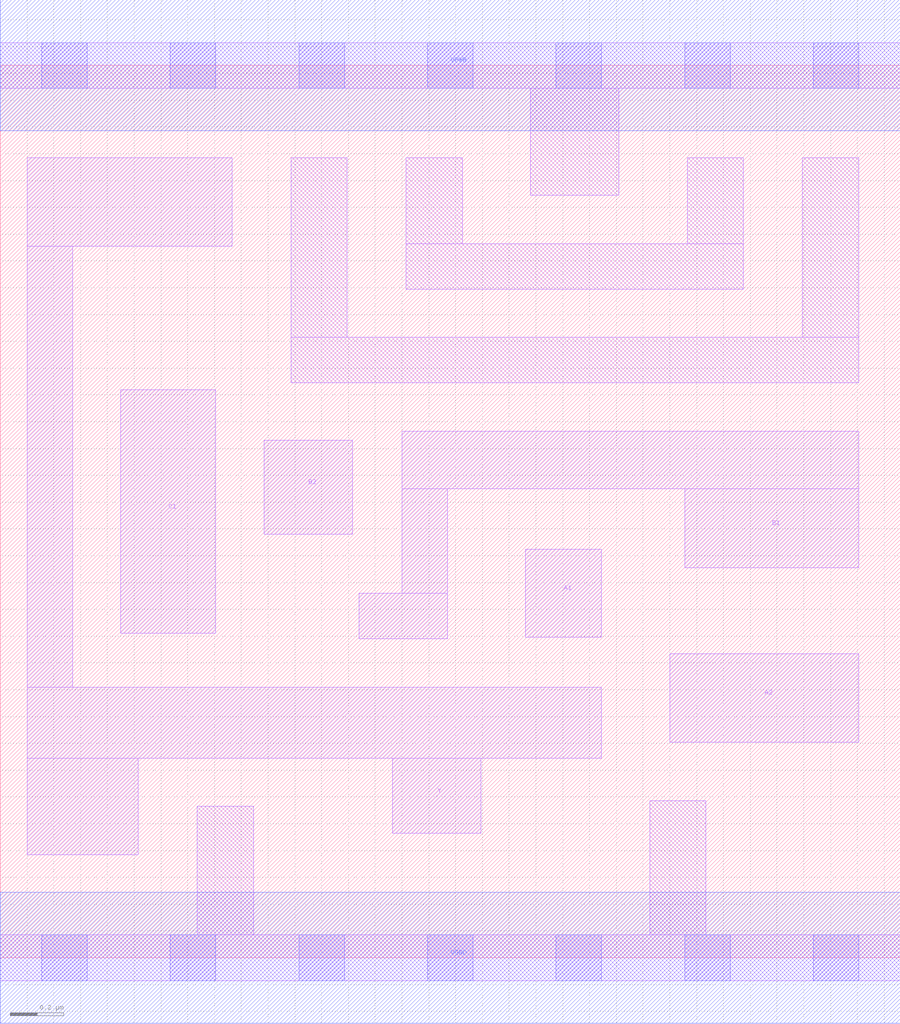
<source format=lef>
# Copyright 2020 The SkyWater PDK Authors
#
# Licensed under the Apache License, Version 2.0 (the "License");
# you may not use this file except in compliance with the License.
# You may obtain a copy of the License at
#
#     https://www.apache.org/licenses/LICENSE-2.0
#
# Unless required by applicable law or agreed to in writing, software
# distributed under the License is distributed on an "AS IS" BASIS,
# WITHOUT WARRANTIES OR CONDITIONS OF ANY KIND, either express or implied.
# See the License for the specific language governing permissions and
# limitations under the License.
#
# SPDX-License-Identifier: Apache-2.0

VERSION 5.7 ;
  NAMESCASESENSITIVE ON ;
  NOWIREEXTENSIONATPIN ON ;
  DIVIDERCHAR "/" ;
  BUSBITCHARS "[]" ;
UNITS
  DATABASE MICRONS 200 ;
END UNITS
MACRO sky130_fd_sc_lp__a221oi_m
  CLASS CORE ;
  FOREIGN sky130_fd_sc_lp__a221oi_m ;
  ORIGIN  0.000000  0.000000 ;
  SIZE  3.360000 BY  3.330000 ;
  SYMMETRY X Y R90 ;
  SITE unit ;
  PIN A1
    ANTENNAGATEAREA  0.126000 ;
    DIRECTION INPUT ;
    USE SIGNAL ;
    PORT
      LAYER li1 ;
        RECT 1.960000 1.195000 2.245000 1.525000 ;
    END
  END A1
  PIN A2
    ANTENNAGATEAREA  0.126000 ;
    DIRECTION INPUT ;
    USE SIGNAL ;
    PORT
      LAYER li1 ;
        RECT 2.500000 0.805000 3.205000 1.135000 ;
    END
  END A2
  PIN B1
    ANTENNAGATEAREA  0.126000 ;
    DIRECTION INPUT ;
    USE SIGNAL ;
    PORT
      LAYER li1 ;
        RECT 1.340000 1.190000 1.670000 1.360000 ;
        RECT 1.500000 1.360000 1.670000 1.750000 ;
        RECT 1.500000 1.750000 3.205000 1.965000 ;
        RECT 2.555000 1.455000 3.205000 1.750000 ;
    END
  END B1
  PIN B2
    ANTENNAGATEAREA  0.126000 ;
    DIRECTION INPUT ;
    USE SIGNAL ;
    PORT
      LAYER li1 ;
        RECT 0.985000 1.580000 1.315000 1.930000 ;
    END
  END B2
  PIN C1
    ANTENNAGATEAREA  0.126000 ;
    DIRECTION INPUT ;
    USE SIGNAL ;
    PORT
      LAYER li1 ;
        RECT 0.450000 1.210000 0.805000 2.120000 ;
    END
  END C1
  PIN Y
    ANTENNADIFFAREA  0.386400 ;
    DIRECTION OUTPUT ;
    USE SIGNAL ;
    PORT
      LAYER li1 ;
        RECT 0.100000 0.385000 0.515000 0.745000 ;
        RECT 0.100000 0.745000 2.245000 1.010000 ;
        RECT 0.100000 1.010000 0.270000 2.655000 ;
        RECT 0.100000 2.655000 0.865000 2.985000 ;
        RECT 1.465000 0.465000 1.795000 0.745000 ;
    END
  END Y
  PIN VGND
    DIRECTION INOUT ;
    USE GROUND ;
    PORT
      LAYER met1 ;
        RECT 0.000000 -0.245000 3.360000 0.245000 ;
    END
  END VGND
  PIN VPWR
    DIRECTION INOUT ;
    USE POWER ;
    PORT
      LAYER met1 ;
        RECT 0.000000 3.085000 3.360000 3.575000 ;
    END
  END VPWR
  OBS
    LAYER li1 ;
      RECT 0.000000 -0.085000 3.360000 0.085000 ;
      RECT 0.000000  3.245000 3.360000 3.415000 ;
      RECT 0.735000  0.085000 0.945000 0.565000 ;
      RECT 1.085000  2.145000 3.205000 2.315000 ;
      RECT 1.085000  2.315000 1.295000 2.985000 ;
      RECT 1.515000  2.495000 2.775000 2.665000 ;
      RECT 1.515000  2.665000 1.725000 2.985000 ;
      RECT 1.980000  2.845000 2.310000 3.245000 ;
      RECT 2.425000  0.085000 2.635000 0.585000 ;
      RECT 2.565000  2.665000 2.775000 2.985000 ;
      RECT 2.995000  2.315000 3.205000 2.985000 ;
    LAYER mcon ;
      RECT 0.155000 -0.085000 0.325000 0.085000 ;
      RECT 0.155000  3.245000 0.325000 3.415000 ;
      RECT 0.635000 -0.085000 0.805000 0.085000 ;
      RECT 0.635000  3.245000 0.805000 3.415000 ;
      RECT 1.115000 -0.085000 1.285000 0.085000 ;
      RECT 1.115000  3.245000 1.285000 3.415000 ;
      RECT 1.595000 -0.085000 1.765000 0.085000 ;
      RECT 1.595000  3.245000 1.765000 3.415000 ;
      RECT 2.075000 -0.085000 2.245000 0.085000 ;
      RECT 2.075000  3.245000 2.245000 3.415000 ;
      RECT 2.555000 -0.085000 2.725000 0.085000 ;
      RECT 2.555000  3.245000 2.725000 3.415000 ;
      RECT 3.035000 -0.085000 3.205000 0.085000 ;
      RECT 3.035000  3.245000 3.205000 3.415000 ;
  END
END sky130_fd_sc_lp__a221oi_m
END LIBRARY

</source>
